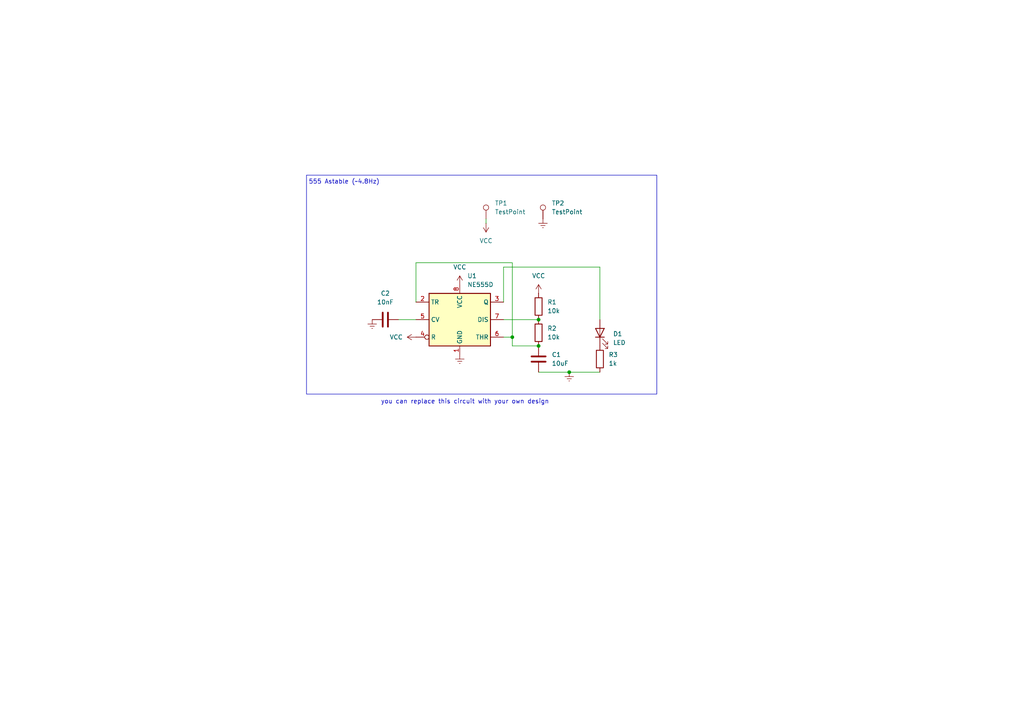
<source format=kicad_sch>
(kicad_sch
	(version 20231120)
	(generator "eeschema")
	(generator_version "8.0")
	(uuid "1fdb1ea7-fabc-42ab-b087-541b8762d6a1")
	(paper "A4")
	(title_block
		(title "PCB business card schematic")
		(date "2024-12-09")
		(rev "1")
		(company "AX344")
	)
	(lib_symbols
		(symbol "Connector:TestPoint"
			(pin_numbers hide)
			(pin_names
				(offset 0.762) hide)
			(exclude_from_sim no)
			(in_bom yes)
			(on_board yes)
			(property "Reference" "TP"
				(at 0 6.858 0)
				(effects
					(font
						(size 1.27 1.27)
					)
				)
			)
			(property "Value" "TestPoint"
				(at 0 5.08 0)
				(effects
					(font
						(size 1.27 1.27)
					)
				)
			)
			(property "Footprint" ""
				(at 5.08 0 0)
				(effects
					(font
						(size 1.27 1.27)
					)
					(hide yes)
				)
			)
			(property "Datasheet" "~"
				(at 5.08 0 0)
				(effects
					(font
						(size 1.27 1.27)
					)
					(hide yes)
				)
			)
			(property "Description" "test point"
				(at 0 0 0)
				(effects
					(font
						(size 1.27 1.27)
					)
					(hide yes)
				)
			)
			(property "ki_keywords" "test point tp"
				(at 0 0 0)
				(effects
					(font
						(size 1.27 1.27)
					)
					(hide yes)
				)
			)
			(property "ki_fp_filters" "Pin* Test*"
				(at 0 0 0)
				(effects
					(font
						(size 1.27 1.27)
					)
					(hide yes)
				)
			)
			(symbol "TestPoint_0_1"
				(circle
					(center 0 3.302)
					(radius 0.762)
					(stroke
						(width 0)
						(type default)
					)
					(fill
						(type none)
					)
				)
			)
			(symbol "TestPoint_1_1"
				(pin passive line
					(at 0 0 90)
					(length 2.54)
					(name "1"
						(effects
							(font
								(size 1.27 1.27)
							)
						)
					)
					(number "1"
						(effects
							(font
								(size 1.27 1.27)
							)
						)
					)
				)
			)
		)
		(symbol "Device:C"
			(pin_numbers hide)
			(pin_names
				(offset 0.254)
			)
			(exclude_from_sim no)
			(in_bom yes)
			(on_board yes)
			(property "Reference" "C"
				(at 0.635 2.54 0)
				(effects
					(font
						(size 1.27 1.27)
					)
					(justify left)
				)
			)
			(property "Value" "C"
				(at 0.635 -2.54 0)
				(effects
					(font
						(size 1.27 1.27)
					)
					(justify left)
				)
			)
			(property "Footprint" ""
				(at 0.9652 -3.81 0)
				(effects
					(font
						(size 1.27 1.27)
					)
					(hide yes)
				)
			)
			(property "Datasheet" "~"
				(at 0 0 0)
				(effects
					(font
						(size 1.27 1.27)
					)
					(hide yes)
				)
			)
			(property "Description" "Unpolarized capacitor"
				(at 0 0 0)
				(effects
					(font
						(size 1.27 1.27)
					)
					(hide yes)
				)
			)
			(property "ki_keywords" "cap capacitor"
				(at 0 0 0)
				(effects
					(font
						(size 1.27 1.27)
					)
					(hide yes)
				)
			)
			(property "ki_fp_filters" "C_*"
				(at 0 0 0)
				(effects
					(font
						(size 1.27 1.27)
					)
					(hide yes)
				)
			)
			(symbol "C_0_1"
				(polyline
					(pts
						(xy -2.032 -0.762) (xy 2.032 -0.762)
					)
					(stroke
						(width 0.508)
						(type default)
					)
					(fill
						(type none)
					)
				)
				(polyline
					(pts
						(xy -2.032 0.762) (xy 2.032 0.762)
					)
					(stroke
						(width 0.508)
						(type default)
					)
					(fill
						(type none)
					)
				)
			)
			(symbol "C_1_1"
				(pin passive line
					(at 0 3.81 270)
					(length 2.794)
					(name "~"
						(effects
							(font
								(size 1.27 1.27)
							)
						)
					)
					(number "1"
						(effects
							(font
								(size 1.27 1.27)
							)
						)
					)
				)
				(pin passive line
					(at 0 -3.81 90)
					(length 2.794)
					(name "~"
						(effects
							(font
								(size 1.27 1.27)
							)
						)
					)
					(number "2"
						(effects
							(font
								(size 1.27 1.27)
							)
						)
					)
				)
			)
		)
		(symbol "Device:LED"
			(pin_numbers hide)
			(pin_names
				(offset 1.016) hide)
			(exclude_from_sim no)
			(in_bom yes)
			(on_board yes)
			(property "Reference" "D"
				(at 0 2.54 0)
				(effects
					(font
						(size 1.27 1.27)
					)
				)
			)
			(property "Value" "LED"
				(at 0 -2.54 0)
				(effects
					(font
						(size 1.27 1.27)
					)
				)
			)
			(property "Footprint" ""
				(at 0 0 0)
				(effects
					(font
						(size 1.27 1.27)
					)
					(hide yes)
				)
			)
			(property "Datasheet" "~"
				(at 0 0 0)
				(effects
					(font
						(size 1.27 1.27)
					)
					(hide yes)
				)
			)
			(property "Description" "Light emitting diode"
				(at 0 0 0)
				(effects
					(font
						(size 1.27 1.27)
					)
					(hide yes)
				)
			)
			(property "ki_keywords" "LED diode"
				(at 0 0 0)
				(effects
					(font
						(size 1.27 1.27)
					)
					(hide yes)
				)
			)
			(property "ki_fp_filters" "LED* LED_SMD:* LED_THT:*"
				(at 0 0 0)
				(effects
					(font
						(size 1.27 1.27)
					)
					(hide yes)
				)
			)
			(symbol "LED_0_1"
				(polyline
					(pts
						(xy -1.27 -1.27) (xy -1.27 1.27)
					)
					(stroke
						(width 0.254)
						(type default)
					)
					(fill
						(type none)
					)
				)
				(polyline
					(pts
						(xy -1.27 0) (xy 1.27 0)
					)
					(stroke
						(width 0)
						(type default)
					)
					(fill
						(type none)
					)
				)
				(polyline
					(pts
						(xy 1.27 -1.27) (xy 1.27 1.27) (xy -1.27 0) (xy 1.27 -1.27)
					)
					(stroke
						(width 0.254)
						(type default)
					)
					(fill
						(type none)
					)
				)
				(polyline
					(pts
						(xy -3.048 -0.762) (xy -4.572 -2.286) (xy -3.81 -2.286) (xy -4.572 -2.286) (xy -4.572 -1.524)
					)
					(stroke
						(width 0)
						(type default)
					)
					(fill
						(type none)
					)
				)
				(polyline
					(pts
						(xy -1.778 -0.762) (xy -3.302 -2.286) (xy -2.54 -2.286) (xy -3.302 -2.286) (xy -3.302 -1.524)
					)
					(stroke
						(width 0)
						(type default)
					)
					(fill
						(type none)
					)
				)
			)
			(symbol "LED_1_1"
				(pin passive line
					(at -3.81 0 0)
					(length 2.54)
					(name "K"
						(effects
							(font
								(size 1.27 1.27)
							)
						)
					)
					(number "1"
						(effects
							(font
								(size 1.27 1.27)
							)
						)
					)
				)
				(pin passive line
					(at 3.81 0 180)
					(length 2.54)
					(name "A"
						(effects
							(font
								(size 1.27 1.27)
							)
						)
					)
					(number "2"
						(effects
							(font
								(size 1.27 1.27)
							)
						)
					)
				)
			)
		)
		(symbol "Device:R"
			(pin_numbers hide)
			(pin_names
				(offset 0)
			)
			(exclude_from_sim no)
			(in_bom yes)
			(on_board yes)
			(property "Reference" "R"
				(at 2.032 0 90)
				(effects
					(font
						(size 1.27 1.27)
					)
				)
			)
			(property "Value" "R"
				(at 0 0 90)
				(effects
					(font
						(size 1.27 1.27)
					)
				)
			)
			(property "Footprint" ""
				(at -1.778 0 90)
				(effects
					(font
						(size 1.27 1.27)
					)
					(hide yes)
				)
			)
			(property "Datasheet" "~"
				(at 0 0 0)
				(effects
					(font
						(size 1.27 1.27)
					)
					(hide yes)
				)
			)
			(property "Description" "Resistor"
				(at 0 0 0)
				(effects
					(font
						(size 1.27 1.27)
					)
					(hide yes)
				)
			)
			(property "ki_keywords" "R res resistor"
				(at 0 0 0)
				(effects
					(font
						(size 1.27 1.27)
					)
					(hide yes)
				)
			)
			(property "ki_fp_filters" "R_*"
				(at 0 0 0)
				(effects
					(font
						(size 1.27 1.27)
					)
					(hide yes)
				)
			)
			(symbol "R_0_1"
				(rectangle
					(start -1.016 -2.54)
					(end 1.016 2.54)
					(stroke
						(width 0.254)
						(type default)
					)
					(fill
						(type none)
					)
				)
			)
			(symbol "R_1_1"
				(pin passive line
					(at 0 3.81 270)
					(length 1.27)
					(name "~"
						(effects
							(font
								(size 1.27 1.27)
							)
						)
					)
					(number "1"
						(effects
							(font
								(size 1.27 1.27)
							)
						)
					)
				)
				(pin passive line
					(at 0 -3.81 90)
					(length 1.27)
					(name "~"
						(effects
							(font
								(size 1.27 1.27)
							)
						)
					)
					(number "2"
						(effects
							(font
								(size 1.27 1.27)
							)
						)
					)
				)
			)
		)
		(symbol "Timer:NE555D"
			(exclude_from_sim no)
			(in_bom yes)
			(on_board yes)
			(property "Reference" "U"
				(at -10.16 8.89 0)
				(effects
					(font
						(size 1.27 1.27)
					)
					(justify left)
				)
			)
			(property "Value" "NE555D"
				(at 2.54 8.89 0)
				(effects
					(font
						(size 1.27 1.27)
					)
					(justify left)
				)
			)
			(property "Footprint" "Package_SO:SOIC-8_3.9x4.9mm_P1.27mm"
				(at 21.59 -10.16 0)
				(effects
					(font
						(size 1.27 1.27)
					)
					(hide yes)
				)
			)
			(property "Datasheet" "http://www.ti.com/lit/ds/symlink/ne555.pdf"
				(at 21.59 -10.16 0)
				(effects
					(font
						(size 1.27 1.27)
					)
					(hide yes)
				)
			)
			(property "Description" "Precision Timers, 555 compatible, SOIC-8"
				(at 0 0 0)
				(effects
					(font
						(size 1.27 1.27)
					)
					(hide yes)
				)
			)
			(property "ki_keywords" "single timer 555"
				(at 0 0 0)
				(effects
					(font
						(size 1.27 1.27)
					)
					(hide yes)
				)
			)
			(property "ki_fp_filters" "SOIC*3.9x4.9mm*P1.27mm*"
				(at 0 0 0)
				(effects
					(font
						(size 1.27 1.27)
					)
					(hide yes)
				)
			)
			(symbol "NE555D_0_0"
				(pin power_in line
					(at 0 -10.16 90)
					(length 2.54)
					(name "GND"
						(effects
							(font
								(size 1.27 1.27)
							)
						)
					)
					(number "1"
						(effects
							(font
								(size 1.27 1.27)
							)
						)
					)
				)
				(pin power_in line
					(at 0 10.16 270)
					(length 2.54)
					(name "VCC"
						(effects
							(font
								(size 1.27 1.27)
							)
						)
					)
					(number "8"
						(effects
							(font
								(size 1.27 1.27)
							)
						)
					)
				)
			)
			(symbol "NE555D_0_1"
				(rectangle
					(start -8.89 -7.62)
					(end 8.89 7.62)
					(stroke
						(width 0.254)
						(type default)
					)
					(fill
						(type background)
					)
				)
				(rectangle
					(start -8.89 -7.62)
					(end 8.89 7.62)
					(stroke
						(width 0.254)
						(type default)
					)
					(fill
						(type background)
					)
				)
			)
			(symbol "NE555D_1_1"
				(pin input line
					(at -12.7 5.08 0)
					(length 3.81)
					(name "TR"
						(effects
							(font
								(size 1.27 1.27)
							)
						)
					)
					(number "2"
						(effects
							(font
								(size 1.27 1.27)
							)
						)
					)
				)
				(pin output line
					(at 12.7 5.08 180)
					(length 3.81)
					(name "Q"
						(effects
							(font
								(size 1.27 1.27)
							)
						)
					)
					(number "3"
						(effects
							(font
								(size 1.27 1.27)
							)
						)
					)
				)
				(pin input inverted
					(at -12.7 -5.08 0)
					(length 3.81)
					(name "R"
						(effects
							(font
								(size 1.27 1.27)
							)
						)
					)
					(number "4"
						(effects
							(font
								(size 1.27 1.27)
							)
						)
					)
				)
				(pin input line
					(at -12.7 0 0)
					(length 3.81)
					(name "CV"
						(effects
							(font
								(size 1.27 1.27)
							)
						)
					)
					(number "5"
						(effects
							(font
								(size 1.27 1.27)
							)
						)
					)
				)
				(pin input line
					(at 12.7 -5.08 180)
					(length 3.81)
					(name "THR"
						(effects
							(font
								(size 1.27 1.27)
							)
						)
					)
					(number "6"
						(effects
							(font
								(size 1.27 1.27)
							)
						)
					)
				)
				(pin input line
					(at 12.7 0 180)
					(length 3.81)
					(name "DIS"
						(effects
							(font
								(size 1.27 1.27)
							)
						)
					)
					(number "7"
						(effects
							(font
								(size 1.27 1.27)
							)
						)
					)
				)
			)
		)
		(symbol "power:Earth"
			(power)
			(pin_names
				(offset 0)
			)
			(exclude_from_sim no)
			(in_bom yes)
			(on_board yes)
			(property "Reference" "#PWR"
				(at 0 -6.35 0)
				(effects
					(font
						(size 1.27 1.27)
					)
					(hide yes)
				)
			)
			(property "Value" "Earth"
				(at 0 -3.81 0)
				(effects
					(font
						(size 1.27 1.27)
					)
					(hide yes)
				)
			)
			(property "Footprint" ""
				(at 0 0 0)
				(effects
					(font
						(size 1.27 1.27)
					)
					(hide yes)
				)
			)
			(property "Datasheet" "~"
				(at 0 0 0)
				(effects
					(font
						(size 1.27 1.27)
					)
					(hide yes)
				)
			)
			(property "Description" "Power symbol creates a global label with name \"Earth\""
				(at 0 0 0)
				(effects
					(font
						(size 1.27 1.27)
					)
					(hide yes)
				)
			)
			(property "ki_keywords" "global ground gnd"
				(at 0 0 0)
				(effects
					(font
						(size 1.27 1.27)
					)
					(hide yes)
				)
			)
			(symbol "Earth_0_1"
				(polyline
					(pts
						(xy -0.635 -1.905) (xy 0.635 -1.905)
					)
					(stroke
						(width 0)
						(type default)
					)
					(fill
						(type none)
					)
				)
				(polyline
					(pts
						(xy -0.127 -2.54) (xy 0.127 -2.54)
					)
					(stroke
						(width 0)
						(type default)
					)
					(fill
						(type none)
					)
				)
				(polyline
					(pts
						(xy 0 -1.27) (xy 0 0)
					)
					(stroke
						(width 0)
						(type default)
					)
					(fill
						(type none)
					)
				)
				(polyline
					(pts
						(xy 1.27 -1.27) (xy -1.27 -1.27)
					)
					(stroke
						(width 0)
						(type default)
					)
					(fill
						(type none)
					)
				)
			)
			(symbol "Earth_1_1"
				(pin power_in line
					(at 0 0 270)
					(length 0) hide
					(name "Earth"
						(effects
							(font
								(size 1.27 1.27)
							)
						)
					)
					(number "1"
						(effects
							(font
								(size 1.27 1.27)
							)
						)
					)
				)
			)
		)
		(symbol "power:VCC"
			(power)
			(pin_numbers hide)
			(pin_names
				(offset 0) hide)
			(exclude_from_sim no)
			(in_bom yes)
			(on_board yes)
			(property "Reference" "#PWR"
				(at 0 -3.81 0)
				(effects
					(font
						(size 1.27 1.27)
					)
					(hide yes)
				)
			)
			(property "Value" "VCC"
				(at 0 3.556 0)
				(effects
					(font
						(size 1.27 1.27)
					)
				)
			)
			(property "Footprint" ""
				(at 0 0 0)
				(effects
					(font
						(size 1.27 1.27)
					)
					(hide yes)
				)
			)
			(property "Datasheet" ""
				(at 0 0 0)
				(effects
					(font
						(size 1.27 1.27)
					)
					(hide yes)
				)
			)
			(property "Description" "Power symbol creates a global label with name \"VCC\""
				(at 0 0 0)
				(effects
					(font
						(size 1.27 1.27)
					)
					(hide yes)
				)
			)
			(property "ki_keywords" "global power"
				(at 0 0 0)
				(effects
					(font
						(size 1.27 1.27)
					)
					(hide yes)
				)
			)
			(symbol "VCC_0_1"
				(polyline
					(pts
						(xy -0.762 1.27) (xy 0 2.54)
					)
					(stroke
						(width 0)
						(type default)
					)
					(fill
						(type none)
					)
				)
				(polyline
					(pts
						(xy 0 0) (xy 0 2.54)
					)
					(stroke
						(width 0)
						(type default)
					)
					(fill
						(type none)
					)
				)
				(polyline
					(pts
						(xy 0 2.54) (xy 0.762 1.27)
					)
					(stroke
						(width 0)
						(type default)
					)
					(fill
						(type none)
					)
				)
			)
			(symbol "VCC_1_1"
				(pin power_in line
					(at 0 0 90)
					(length 0)
					(name "~"
						(effects
							(font
								(size 1.27 1.27)
							)
						)
					)
					(number "1"
						(effects
							(font
								(size 1.27 1.27)
							)
						)
					)
				)
			)
		)
	)
	(junction
		(at 156.21 92.71)
		(diameter 0)
		(color 0 0 0 0)
		(uuid "74ef2d47-9ac5-43c1-b425-9c8588407c49")
	)
	(junction
		(at 148.59 97.79)
		(diameter 0)
		(color 0 0 0 0)
		(uuid "770203e7-f4d3-459f-bab2-5a8d5df7843f")
	)
	(junction
		(at 156.21 100.33)
		(diameter 0)
		(color 0 0 0 0)
		(uuid "98bd4d17-8f0f-4fde-aa6e-b538778f0bd6")
	)
	(junction
		(at 165.1 107.95)
		(diameter 0)
		(color 0 0 0 0)
		(uuid "e05c3f7b-469c-4079-bcfc-a76f5b76f818")
	)
	(wire
		(pts
			(xy 173.99 77.47) (xy 173.99 92.71)
		)
		(stroke
			(width 0)
			(type default)
		)
		(uuid "16b659ab-6f3c-45f7-afbf-a486ee4c845f")
	)
	(wire
		(pts
			(xy 148.59 100.33) (xy 148.59 97.79)
		)
		(stroke
			(width 0)
			(type default)
		)
		(uuid "280d0481-a1e2-440b-ad99-c35a4041cb82")
	)
	(wire
		(pts
			(xy 148.59 97.79) (xy 146.05 97.79)
		)
		(stroke
			(width 0)
			(type default)
		)
		(uuid "2e5813fc-d3a0-4cf9-88bf-dd0b1d2a847b")
	)
	(wire
		(pts
			(xy 148.59 76.2) (xy 148.59 97.79)
		)
		(stroke
			(width 0)
			(type default)
		)
		(uuid "39741901-c3ee-413e-8090-912397c0bcd0")
	)
	(wire
		(pts
			(xy 120.65 76.2) (xy 148.59 76.2)
		)
		(stroke
			(width 0)
			(type default)
		)
		(uuid "4272658d-f6c7-48a9-be25-5c0a3c074103")
	)
	(wire
		(pts
			(xy 120.65 92.71) (xy 115.57 92.71)
		)
		(stroke
			(width 0)
			(type default)
		)
		(uuid "570646bb-d0ce-46be-929c-f85d77dda7b3")
	)
	(wire
		(pts
			(xy 146.05 77.47) (xy 146.05 87.63)
		)
		(stroke
			(width 0)
			(type default)
		)
		(uuid "7847665c-9eee-4026-aff1-5b996d160ab8")
	)
	(wire
		(pts
			(xy 146.05 92.71) (xy 156.21 92.71)
		)
		(stroke
			(width 0)
			(type default)
		)
		(uuid "7c9cdfc9-45c4-450f-9e3c-0f4d8800e2bd")
	)
	(wire
		(pts
			(xy 148.59 100.33) (xy 156.21 100.33)
		)
		(stroke
			(width 0)
			(type default)
		)
		(uuid "b9f2d172-a344-4b37-a179-f3cb02a32d74")
	)
	(wire
		(pts
			(xy 156.21 107.95) (xy 165.1 107.95)
		)
		(stroke
			(width 0)
			(type default)
		)
		(uuid "d86b5a54-2219-486d-9346-c7a1073c2140")
	)
	(wire
		(pts
			(xy 120.65 87.63) (xy 120.65 76.2)
		)
		(stroke
			(width 0)
			(type default)
		)
		(uuid "e2ef2d29-f178-455b-95d9-5cd10d7fe056")
	)
	(wire
		(pts
			(xy 140.97 64.77) (xy 140.97 63.5)
		)
		(stroke
			(width 0)
			(type default)
		)
		(uuid "e7489dcf-a7a3-447c-bdc9-6674f869afc0")
	)
	(wire
		(pts
			(xy 173.99 77.47) (xy 146.05 77.47)
		)
		(stroke
			(width 0)
			(type default)
		)
		(uuid "ef02b8ff-3f9f-4a6b-bb56-236196462215")
	)
	(wire
		(pts
			(xy 165.1 107.95) (xy 173.99 107.95)
		)
		(stroke
			(width 0)
			(type default)
		)
		(uuid "fa04d1e5-9e61-4650-a25a-ddb9c01ed57d")
	)
	(rectangle
		(start 88.9 50.8)
		(end 190.5 114.3)
		(stroke
			(width 0)
			(type default)
		)
		(fill
			(type none)
		)
		(uuid f386aaaf-bbbc-45c2-af0b-cfc3312fdee7)
	)
	(text "555 Astable (~4.8Hz)"
		(exclude_from_sim no)
		(at 99.822 52.832 0)
		(effects
			(font
				(size 1.27 1.27)
			)
		)
		(uuid "4924f688-9b30-4073-bc1c-9f9af1e987a7")
	)
	(text "you can replace this circuit with your own design"
		(exclude_from_sim no)
		(at 134.874 116.586 0)
		(effects
			(font
				(size 1.27 1.27)
			)
		)
		(uuid "e472b018-77e6-48ef-b033-de1430e300ee")
	)
	(symbol
		(lib_id "Device:R")
		(at 156.21 96.52 0)
		(unit 1)
		(exclude_from_sim no)
		(in_bom yes)
		(on_board yes)
		(dnp no)
		(fields_autoplaced yes)
		(uuid "02798ded-3f7d-4f63-9456-d62f3d0ae8fb")
		(property "Reference" "R2"
			(at 158.75 95.2499 0)
			(effects
				(font
					(size 1.27 1.27)
				)
				(justify left)
			)
		)
		(property "Value" "10k"
			(at 158.75 97.7899 0)
			(effects
				(font
					(size 1.27 1.27)
				)
				(justify left)
			)
		)
		(property "Footprint" "Resistor_SMD:R_1206_3216Metric_Pad1.30x1.75mm_HandSolder"
			(at 154.432 96.52 90)
			(effects
				(font
					(size 1.27 1.27)
				)
				(hide yes)
			)
		)
		(property "Datasheet" "~"
			(at 156.21 96.52 0)
			(effects
				(font
					(size 1.27 1.27)
				)
				(hide yes)
			)
		)
		(property "Description" ""
			(at 156.21 96.52 0)
			(effects
				(font
					(size 1.27 1.27)
				)
				(hide yes)
			)
		)
		(pin "2"
			(uuid "8dd1577b-cd81-4ace-9cac-0299b83bc7b9")
		)
		(pin "1"
			(uuid "6ad13447-56f0-47f5-add6-aeec315eb113")
		)
		(instances
			(project "business card template"
				(path "/1fdb1ea7-fabc-42ab-b087-541b8762d6a1"
					(reference "R2")
					(unit 1)
				)
			)
		)
	)
	(symbol
		(lib_id "Device:R")
		(at 173.99 104.14 0)
		(unit 1)
		(exclude_from_sim no)
		(in_bom yes)
		(on_board yes)
		(dnp no)
		(fields_autoplaced yes)
		(uuid "04f9a356-e58c-4b1d-b2d9-6f140fc7352c")
		(property "Reference" "R3"
			(at 176.53 102.8699 0)
			(effects
				(font
					(size 1.27 1.27)
				)
				(justify left)
			)
		)
		(property "Value" "1k"
			(at 176.53 105.4099 0)
			(effects
				(font
					(size 1.27 1.27)
				)
				(justify left)
			)
		)
		(property "Footprint" "Resistor_SMD:R_1206_3216Metric_Pad1.30x1.75mm_HandSolder"
			(at 172.212 104.14 90)
			(effects
				(font
					(size 1.27 1.27)
				)
				(hide yes)
			)
		)
		(property "Datasheet" "~"
			(at 173.99 104.14 0)
			(effects
				(font
					(size 1.27 1.27)
				)
				(hide yes)
			)
		)
		(property "Description" ""
			(at 173.99 104.14 0)
			(effects
				(font
					(size 1.27 1.27)
				)
				(hide yes)
			)
		)
		(pin "2"
			(uuid "2b69e955-0bbe-4172-897c-20acbfe80d3a")
		)
		(pin "1"
			(uuid "d032933d-88bf-4009-a858-b552dac4873c")
		)
		(instances
			(project "business card template"
				(path "/1fdb1ea7-fabc-42ab-b087-541b8762d6a1"
					(reference "R3")
					(unit 1)
				)
			)
		)
	)
	(symbol
		(lib_id "Device:LED")
		(at 173.99 96.52 90)
		(unit 1)
		(exclude_from_sim no)
		(in_bom yes)
		(on_board yes)
		(dnp no)
		(fields_autoplaced yes)
		(uuid "1ddbe449-73c4-4a6a-930d-2338bc9a4d7a")
		(property "Reference" "D1"
			(at 177.8 96.8375 90)
			(effects
				(font
					(size 1.27 1.27)
				)
				(justify right)
			)
		)
		(property "Value" "LED"
			(at 177.8 99.3775 90)
			(effects
				(font
					(size 1.27 1.27)
				)
				(justify right)
			)
		)
		(property "Footprint" "LED_SMD:LED_1206_3216Metric_Pad1.42x1.75mm_HandSolder"
			(at 173.99 96.52 0)
			(effects
				(font
					(size 1.27 1.27)
				)
				(hide yes)
			)
		)
		(property "Datasheet" "~"
			(at 173.99 96.52 0)
			(effects
				(font
					(size 1.27 1.27)
				)
				(hide yes)
			)
		)
		(property "Description" ""
			(at 173.99 96.52 0)
			(effects
				(font
					(size 1.27 1.27)
				)
				(hide yes)
			)
		)
		(pin "2"
			(uuid "9b041079-c75a-445c-8dec-8b6d4481079d")
		)
		(pin "1"
			(uuid "bada46e5-18ef-4fb0-bc63-fe6cdca3dd83")
		)
		(instances
			(project "business card template"
				(path "/1fdb1ea7-fabc-42ab-b087-541b8762d6a1"
					(reference "D1")
					(unit 1)
				)
			)
		)
	)
	(symbol
		(lib_id "Timer:NE555D")
		(at 133.35 92.71 0)
		(unit 1)
		(exclude_from_sim no)
		(in_bom yes)
		(on_board yes)
		(dnp no)
		(fields_autoplaced yes)
		(uuid "21a29c20-b537-4609-ae34-0065aefc447c")
		(property "Reference" "U1"
			(at 135.5441 80.01 0)
			(effects
				(font
					(size 1.27 1.27)
				)
				(justify left)
			)
		)
		(property "Value" "NE555D"
			(at 135.5441 82.55 0)
			(effects
				(font
					(size 1.27 1.27)
				)
				(justify left)
			)
		)
		(property "Footprint" "Package_SO:SOIC-8_3.9x4.9mm_P1.27mm"
			(at 154.94 102.87 0)
			(effects
				(font
					(size 1.27 1.27)
				)
				(hide yes)
			)
		)
		(property "Datasheet" "http://www.ti.com/lit/ds/symlink/ne555.pdf"
			(at 154.94 102.87 0)
			(effects
				(font
					(size 1.27 1.27)
				)
				(hide yes)
			)
		)
		(property "Description" ""
			(at 133.35 92.71 0)
			(effects
				(font
					(size 1.27 1.27)
				)
				(hide yes)
			)
		)
		(pin "6"
			(uuid "fd66992b-fdd0-4efc-adec-621b0d2108d3")
		)
		(pin "1"
			(uuid "6ab13d99-2aab-44f1-834a-e4a68b90cadc")
		)
		(pin "5"
			(uuid "53b9be31-d43c-4941-b6ec-b516d57180ec")
		)
		(pin "2"
			(uuid "cb0d8da9-07e6-4ed3-ada1-9ef75dcf9c6b")
		)
		(pin "4"
			(uuid "d0a6e643-f6b6-4e01-bd7b-bd2de618c332")
		)
		(pin "8"
			(uuid "ac49397b-5435-48cc-bfc2-2255406a75a9")
		)
		(pin "3"
			(uuid "ecdc756c-84d0-4465-ad57-94faac61670e")
		)
		(pin "7"
			(uuid "bf5aef0d-3aa7-477c-bb8d-de6e14e27e99")
		)
		(instances
			(project "business card template"
				(path "/1fdb1ea7-fabc-42ab-b087-541b8762d6a1"
					(reference "U1")
					(unit 1)
				)
			)
		)
	)
	(symbol
		(lib_id "power:VCC")
		(at 133.35 82.55 0)
		(unit 1)
		(exclude_from_sim no)
		(in_bom yes)
		(on_board yes)
		(dnp no)
		(fields_autoplaced yes)
		(uuid "3257f321-8790-4c10-b6bd-2ead2bd20fea")
		(property "Reference" "#PWR06"
			(at 133.35 86.36 0)
			(effects
				(font
					(size 1.27 1.27)
				)
				(hide yes)
			)
		)
		(property "Value" "VCC"
			(at 133.35 77.47 0)
			(effects
				(font
					(size 1.27 1.27)
				)
			)
		)
		(property "Footprint" ""
			(at 133.35 82.55 0)
			(effects
				(font
					(size 1.27 1.27)
				)
				(hide yes)
			)
		)
		(property "Datasheet" ""
			(at 133.35 82.55 0)
			(effects
				(font
					(size 1.27 1.27)
				)
				(hide yes)
			)
		)
		(property "Description" "Power symbol creates a global label with name \"VCC\""
			(at 133.35 82.55 0)
			(effects
				(font
					(size 1.27 1.27)
				)
				(hide yes)
			)
		)
		(pin "1"
			(uuid "0e0a7366-c772-4d17-8b9d-e5cf6066e24d")
		)
		(instances
			(project "business card template"
				(path "/1fdb1ea7-fabc-42ab-b087-541b8762d6a1"
					(reference "#PWR06")
					(unit 1)
				)
			)
		)
	)
	(symbol
		(lib_id "Connector:TestPoint")
		(at 140.97 63.5 0)
		(unit 1)
		(exclude_from_sim no)
		(in_bom yes)
		(on_board yes)
		(dnp no)
		(fields_autoplaced yes)
		(uuid "35b2cfbf-f4e5-44b5-b0a3-a4d669567d2c")
		(property "Reference" "TP1"
			(at 143.51 58.928 0)
			(effects
				(font
					(size 1.27 1.27)
				)
				(justify left)
			)
		)
		(property "Value" "TestPoint"
			(at 143.51 61.468 0)
			(effects
				(font
					(size 1.27 1.27)
				)
				(justify left)
			)
		)
		(property "Footprint" "TestPoint:TestPoint_Pad_D3.0mm"
			(at 146.05 63.5 0)
			(effects
				(font
					(size 1.27 1.27)
				)
				(hide yes)
			)
		)
		(property "Datasheet" "~"
			(at 146.05 63.5 0)
			(effects
				(font
					(size 1.27 1.27)
				)
				(hide yes)
			)
		)
		(property "Description" ""
			(at 140.97 63.5 0)
			(effects
				(font
					(size 1.27 1.27)
				)
				(hide yes)
			)
		)
		(pin "1"
			(uuid "29f2be4e-11c8-47f0-bad7-3590ae328491")
		)
		(instances
			(project "business card template"
				(path "/1fdb1ea7-fabc-42ab-b087-541b8762d6a1"
					(reference "TP1")
					(unit 1)
				)
			)
		)
	)
	(symbol
		(lib_id "power:Earth")
		(at 107.95 92.71 0)
		(unit 1)
		(exclude_from_sim no)
		(in_bom yes)
		(on_board yes)
		(dnp no)
		(fields_autoplaced yes)
		(uuid "532f24bc-9c10-4e14-a359-f02e8da2c439")
		(property "Reference" "#PWR04"
			(at 107.95 99.06 0)
			(effects
				(font
					(size 1.27 1.27)
				)
				(hide yes)
			)
		)
		(property "Value" "Earth"
			(at 107.95 96.52 0)
			(effects
				(font
					(size 1.27 1.27)
				)
				(hide yes)
			)
		)
		(property "Footprint" ""
			(at 107.95 92.71 0)
			(effects
				(font
					(size 1.27 1.27)
				)
				(hide yes)
			)
		)
		(property "Datasheet" "~"
			(at 107.95 92.71 0)
			(effects
				(font
					(size 1.27 1.27)
				)
				(hide yes)
			)
		)
		(property "Description" ""
			(at 107.95 92.71 0)
			(effects
				(font
					(size 1.27 1.27)
				)
				(hide yes)
			)
		)
		(pin "1"
			(uuid "d9c0722b-1673-458f-9806-15fb3b33ac4c")
		)
		(instances
			(project "business card template"
				(path "/1fdb1ea7-fabc-42ab-b087-541b8762d6a1"
					(reference "#PWR04")
					(unit 1)
				)
			)
		)
	)
	(symbol
		(lib_id "power:Earth")
		(at 165.1 107.95 0)
		(unit 1)
		(exclude_from_sim no)
		(in_bom yes)
		(on_board yes)
		(dnp no)
		(fields_autoplaced yes)
		(uuid "57f817e9-d833-4b26-85e4-8f17ff947743")
		(property "Reference" "#PWR03"
			(at 165.1 114.3 0)
			(effects
				(font
					(size 1.27 1.27)
				)
				(hide yes)
			)
		)
		(property "Value" "Earth"
			(at 165.1 111.76 0)
			(effects
				(font
					(size 1.27 1.27)
				)
				(hide yes)
			)
		)
		(property "Footprint" ""
			(at 165.1 107.95 0)
			(effects
				(font
					(size 1.27 1.27)
				)
				(hide yes)
			)
		)
		(property "Datasheet" "~"
			(at 165.1 107.95 0)
			(effects
				(font
					(size 1.27 1.27)
				)
				(hide yes)
			)
		)
		(property "Description" ""
			(at 165.1 107.95 0)
			(effects
				(font
					(size 1.27 1.27)
				)
				(hide yes)
			)
		)
		(pin "1"
			(uuid "67f8e060-6a81-457e-9e1a-42069808bb65")
		)
		(instances
			(project "business card template"
				(path "/1fdb1ea7-fabc-42ab-b087-541b8762d6a1"
					(reference "#PWR03")
					(unit 1)
				)
			)
		)
	)
	(symbol
		(lib_id "power:Earth")
		(at 157.48 63.5 0)
		(unit 1)
		(exclude_from_sim no)
		(in_bom yes)
		(on_board yes)
		(dnp no)
		(fields_autoplaced yes)
		(uuid "58fc652c-a3d7-4f8c-ae87-50d582db4222")
		(property "Reference" "#PWR01"
			(at 157.48 69.85 0)
			(effects
				(font
					(size 1.27 1.27)
				)
				(hide yes)
			)
		)
		(property "Value" "Earth"
			(at 157.48 67.31 0)
			(effects
				(font
					(size 1.27 1.27)
				)
				(hide yes)
			)
		)
		(property "Footprint" ""
			(at 157.48 63.5 0)
			(effects
				(font
					(size 1.27 1.27)
				)
				(hide yes)
			)
		)
		(property "Datasheet" "~"
			(at 157.48 63.5 0)
			(effects
				(font
					(size 1.27 1.27)
				)
				(hide yes)
			)
		)
		(property "Description" ""
			(at 157.48 63.5 0)
			(effects
				(font
					(size 1.27 1.27)
				)
				(hide yes)
			)
		)
		(pin "1"
			(uuid "c3ebd6fa-1126-4928-8086-f823f795a436")
		)
		(instances
			(project "business card template"
				(path "/1fdb1ea7-fabc-42ab-b087-541b8762d6a1"
					(reference "#PWR01")
					(unit 1)
				)
			)
		)
	)
	(symbol
		(lib_id "power:VCC")
		(at 156.21 85.09 0)
		(unit 1)
		(exclude_from_sim no)
		(in_bom yes)
		(on_board yes)
		(dnp no)
		(fields_autoplaced yes)
		(uuid "7d5cda0e-6c99-485c-9593-2998210a8896")
		(property "Reference" "#PWR08"
			(at 156.21 88.9 0)
			(effects
				(font
					(size 1.27 1.27)
				)
				(hide yes)
			)
		)
		(property "Value" "VCC"
			(at 156.21 80.01 0)
			(effects
				(font
					(size 1.27 1.27)
				)
			)
		)
		(property "Footprint" ""
			(at 156.21 85.09 0)
			(effects
				(font
					(size 1.27 1.27)
				)
				(hide yes)
			)
		)
		(property "Datasheet" ""
			(at 156.21 85.09 0)
			(effects
				(font
					(size 1.27 1.27)
				)
				(hide yes)
			)
		)
		(property "Description" "Power symbol creates a global label with name \"VCC\""
			(at 156.21 85.09 0)
			(effects
				(font
					(size 1.27 1.27)
				)
				(hide yes)
			)
		)
		(pin "1"
			(uuid "d49e8726-fe5d-4679-b017-a32f4fdd6539")
		)
		(instances
			(project "business card template"
				(path "/1fdb1ea7-fabc-42ab-b087-541b8762d6a1"
					(reference "#PWR08")
					(unit 1)
				)
			)
		)
	)
	(symbol
		(lib_id "power:Earth")
		(at 133.35 102.87 0)
		(unit 1)
		(exclude_from_sim no)
		(in_bom yes)
		(on_board yes)
		(dnp no)
		(fields_autoplaced yes)
		(uuid "9054f8ae-ba79-4799-96f3-cf7491172888")
		(property "Reference" "#PWR02"
			(at 133.35 109.22 0)
			(effects
				(font
					(size 1.27 1.27)
				)
				(hide yes)
			)
		)
		(property "Value" "Earth"
			(at 133.35 106.68 0)
			(effects
				(font
					(size 1.27 1.27)
				)
				(hide yes)
			)
		)
		(property "Footprint" ""
			(at 133.35 102.87 0)
			(effects
				(font
					(size 1.27 1.27)
				)
				(hide yes)
			)
		)
		(property "Datasheet" "~"
			(at 133.35 102.87 0)
			(effects
				(font
					(size 1.27 1.27)
				)
				(hide yes)
			)
		)
		(property "Description" ""
			(at 133.35 102.87 0)
			(effects
				(font
					(size 1.27 1.27)
				)
				(hide yes)
			)
		)
		(pin "1"
			(uuid "064af02a-5ba1-4a38-a1be-3fe1fe952974")
		)
		(instances
			(project "business card template"
				(path "/1fdb1ea7-fabc-42ab-b087-541b8762d6a1"
					(reference "#PWR02")
					(unit 1)
				)
			)
		)
	)
	(symbol
		(lib_id "Device:R")
		(at 156.21 88.9 0)
		(unit 1)
		(exclude_from_sim no)
		(in_bom yes)
		(on_board yes)
		(dnp no)
		(fields_autoplaced yes)
		(uuid "9aa12310-3a63-4c9c-b5c1-4d2ee82292dc")
		(property "Reference" "R1"
			(at 158.75 87.6299 0)
			(effects
				(font
					(size 1.27 1.27)
				)
				(justify left)
			)
		)
		(property "Value" "10k"
			(at 158.75 90.1699 0)
			(effects
				(font
					(size 1.27 1.27)
				)
				(justify left)
			)
		)
		(property "Footprint" "Resistor_SMD:R_1206_3216Metric_Pad1.30x1.75mm_HandSolder"
			(at 154.432 88.9 90)
			(effects
				(font
					(size 1.27 1.27)
				)
				(hide yes)
			)
		)
		(property "Datasheet" "~"
			(at 156.21 88.9 0)
			(effects
				(font
					(size 1.27 1.27)
				)
				(hide yes)
			)
		)
		(property "Description" ""
			(at 156.21 88.9 0)
			(effects
				(font
					(size 1.27 1.27)
				)
				(hide yes)
			)
		)
		(pin "2"
			(uuid "13bc8461-cb84-4014-907f-851d12e399b1")
		)
		(pin "1"
			(uuid "a8344063-5242-483b-b246-42d4846c6ff2")
		)
		(instances
			(project "business card template"
				(path "/1fdb1ea7-fabc-42ab-b087-541b8762d6a1"
					(reference "R1")
					(unit 1)
				)
			)
		)
	)
	(symbol
		(lib_id "Connector:TestPoint")
		(at 157.48 63.5 0)
		(unit 1)
		(exclude_from_sim no)
		(in_bom yes)
		(on_board yes)
		(dnp no)
		(fields_autoplaced yes)
		(uuid "b0d4a355-3572-4843-bb4e-f40475a90614")
		(property "Reference" "TP2"
			(at 160.02 58.928 0)
			(effects
				(font
					(size 1.27 1.27)
				)
				(justify left)
			)
		)
		(property "Value" "TestPoint"
			(at 160.02 61.468 0)
			(effects
				(font
					(size 1.27 1.27)
				)
				(justify left)
			)
		)
		(property "Footprint" "TestPoint:TestPoint_Pad_3.0x3.0mm"
			(at 162.56 63.5 0)
			(effects
				(font
					(size 1.27 1.27)
				)
				(hide yes)
			)
		)
		(property "Datasheet" "~"
			(at 162.56 63.5 0)
			(effects
				(font
					(size 1.27 1.27)
				)
				(hide yes)
			)
		)
		(property "Description" ""
			(at 157.48 63.5 0)
			(effects
				(font
					(size 1.27 1.27)
				)
				(hide yes)
			)
		)
		(pin "1"
			(uuid "e57734cb-fbc0-4e01-8459-b4a43d2ba26f")
		)
		(instances
			(project "business card template"
				(path "/1fdb1ea7-fabc-42ab-b087-541b8762d6a1"
					(reference "TP2")
					(unit 1)
				)
			)
		)
	)
	(symbol
		(lib_id "Device:C")
		(at 111.76 92.71 270)
		(unit 1)
		(exclude_from_sim no)
		(in_bom yes)
		(on_board yes)
		(dnp no)
		(fields_autoplaced yes)
		(uuid "e14e9114-e922-47d5-ae69-5ff1bbd5ade6")
		(property "Reference" "C2"
			(at 111.76 85.09 90)
			(effects
				(font
					(size 1.27 1.27)
				)
			)
		)
		(property "Value" "10nF"
			(at 111.76 87.63 90)
			(effects
				(font
					(size 1.27 1.27)
				)
			)
		)
		(property "Footprint" "Capacitor_SMD:C_1206_3216Metric_Pad1.33x1.80mm_HandSolder"
			(at 107.95 93.6752 0)
			(effects
				(font
					(size 1.27 1.27)
				)
				(hide yes)
			)
		)
		(property "Datasheet" "~"
			(at 111.76 92.71 0)
			(effects
				(font
					(size 1.27 1.27)
				)
				(hide yes)
			)
		)
		(property "Description" ""
			(at 111.76 92.71 0)
			(effects
				(font
					(size 1.27 1.27)
				)
				(hide yes)
			)
		)
		(pin "2"
			(uuid "5e742a53-8260-4b69-946b-f7c583dd83f0")
		)
		(pin "1"
			(uuid "d7276138-a850-41f3-b073-e17b56b209c3")
		)
		(instances
			(project "business card template"
				(path "/1fdb1ea7-fabc-42ab-b087-541b8762d6a1"
					(reference "C2")
					(unit 1)
				)
			)
		)
	)
	(symbol
		(lib_id "power:VCC")
		(at 120.65 97.79 90)
		(unit 1)
		(exclude_from_sim no)
		(in_bom yes)
		(on_board yes)
		(dnp no)
		(fields_autoplaced yes)
		(uuid "f1a33451-d9da-43c0-9684-c08287a6a3b8")
		(property "Reference" "#PWR07"
			(at 124.46 97.79 0)
			(effects
				(font
					(size 1.27 1.27)
				)
				(hide yes)
			)
		)
		(property "Value" "VCC"
			(at 116.84 97.7899 90)
			(effects
				(font
					(size 1.27 1.27)
				)
				(justify left)
			)
		)
		(property "Footprint" ""
			(at 120.65 97.79 0)
			(effects
				(font
					(size 1.27 1.27)
				)
				(hide yes)
			)
		)
		(property "Datasheet" ""
			(at 120.65 97.79 0)
			(effects
				(font
					(size 1.27 1.27)
				)
				(hide yes)
			)
		)
		(property "Description" "Power symbol creates a global label with name \"VCC\""
			(at 120.65 97.79 0)
			(effects
				(font
					(size 1.27 1.27)
				)
				(hide yes)
			)
		)
		(pin "1"
			(uuid "bfd946ba-a170-4589-806f-286ab3f66eb0")
		)
		(instances
			(project "business card template"
				(path "/1fdb1ea7-fabc-42ab-b087-541b8762d6a1"
					(reference "#PWR07")
					(unit 1)
				)
			)
		)
	)
	(symbol
		(lib_id "power:VCC")
		(at 140.97 64.77 180)
		(unit 1)
		(exclude_from_sim no)
		(in_bom yes)
		(on_board yes)
		(dnp no)
		(fields_autoplaced yes)
		(uuid "f4d36011-0fd9-457e-a4ec-2254d7c3c3cb")
		(property "Reference" "#PWR05"
			(at 140.97 60.96 0)
			(effects
				(font
					(size 1.27 1.27)
				)
				(hide yes)
			)
		)
		(property "Value" "VCC"
			(at 140.97 69.85 0)
			(effects
				(font
					(size 1.27 1.27)
				)
			)
		)
		(property "Footprint" ""
			(at 140.97 64.77 0)
			(effects
				(font
					(size 1.27 1.27)
				)
				(hide yes)
			)
		)
		(property "Datasheet" ""
			(at 140.97 64.77 0)
			(effects
				(font
					(size 1.27 1.27)
				)
				(hide yes)
			)
		)
		(property "Description" "Power symbol creates a global label with name \"VCC\""
			(at 140.97 64.77 0)
			(effects
				(font
					(size 1.27 1.27)
				)
				(hide yes)
			)
		)
		(pin "1"
			(uuid "9be0f4e8-fd01-4d65-b2cf-83797e96f1e9")
		)
		(instances
			(project "business card template"
				(path "/1fdb1ea7-fabc-42ab-b087-541b8762d6a1"
					(reference "#PWR05")
					(unit 1)
				)
			)
		)
	)
	(symbol
		(lib_id "Device:C")
		(at 156.21 104.14 0)
		(unit 1)
		(exclude_from_sim no)
		(in_bom yes)
		(on_board yes)
		(dnp no)
		(fields_autoplaced yes)
		(uuid "ff3f14da-ac3b-4dce-b23c-48af953a9223")
		(property "Reference" "C1"
			(at 160.02 102.8699 0)
			(effects
				(font
					(size 1.27 1.27)
				)
				(justify left)
			)
		)
		(property "Value" "10uF"
			(at 160.02 105.4099 0)
			(effects
				(font
					(size 1.27 1.27)
				)
				(justify left)
			)
		)
		(property "Footprint" "Capacitor_SMD:C_1206_3216Metric_Pad1.33x1.80mm_HandSolder"
			(at 157.1752 107.95 0)
			(effects
				(font
					(size 1.27 1.27)
				)
				(hide yes)
			)
		)
		(property "Datasheet" "~"
			(at 156.21 104.14 0)
			(effects
				(font
					(size 1.27 1.27)
				)
				(hide yes)
			)
		)
		(property "Description" ""
			(at 156.21 104.14 0)
			(effects
				(font
					(size 1.27 1.27)
				)
				(hide yes)
			)
		)
		(pin "2"
			(uuid "951c9857-3408-4a94-b6a2-c657ac8e7696")
		)
		(pin "1"
			(uuid "073336ec-bbc4-4a2a-bb85-324b369a70b9")
		)
		(instances
			(project "business card template"
				(path "/1fdb1ea7-fabc-42ab-b087-541b8762d6a1"
					(reference "C1")
					(unit 1)
				)
			)
		)
	)
	(sheet_instances
		(path "/"
			(page "1")
		)
	)
)
</source>
